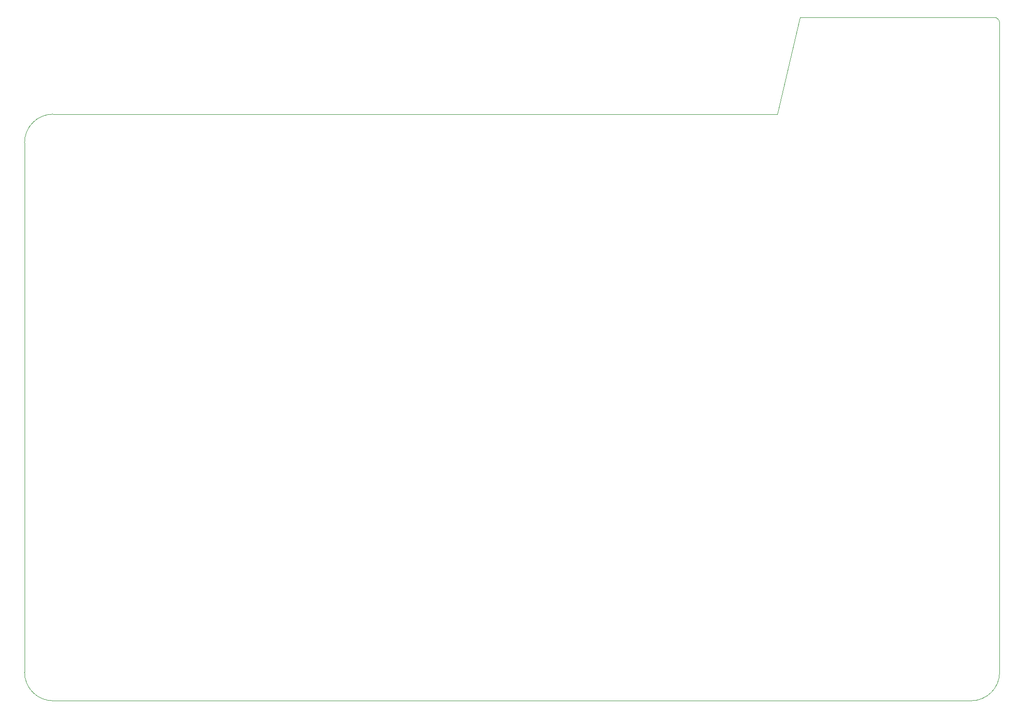
<source format=gm1>
G04 #@! TF.GenerationSoftware,KiCad,Pcbnew,8.0.7*
G04 #@! TF.CreationDate,2025-03-19T21:22:19+01:00*
G04 #@! TF.ProjectId,drum_machine,6472756d-5f6d-4616-9368-696e652e6b69,rev?*
G04 #@! TF.SameCoordinates,Original*
G04 #@! TF.FileFunction,Profile,NP*
%FSLAX46Y46*%
G04 Gerber Fmt 4.6, Leading zero omitted, Abs format (unit mm)*
G04 Created by KiCad (PCBNEW 8.0.7) date 2025-03-19 21:22:19*
%MOMM*%
%LPD*%
G01*
G04 APERTURE LIST*
G04 #@! TA.AperFunction,Profile*
%ADD10C,0.050000*%
G04 #@! TD*
G04 APERTURE END LIST*
D10*
X202000000Y-31000000D02*
X168000000Y-31000000D01*
X164000000Y-48000000D02*
X37000000Y-48000000D01*
X202000000Y-31000000D02*
G75*
G02*
X203000000Y-32000000I0J-1000000D01*
G01*
X203000000Y-146000000D02*
G75*
G02*
X198000000Y-151000000I-5000000J0D01*
G01*
X203000000Y-146000000D02*
X203000000Y-48000000D01*
X32000000Y-53000000D02*
X32000000Y-146000000D01*
X168000000Y-31000000D02*
X164000000Y-48000000D01*
X37000000Y-151000000D02*
X198000000Y-151000000D01*
X37000000Y-151000000D02*
G75*
G02*
X32000000Y-146000000I0J5000000D01*
G01*
X32000000Y-53000000D02*
G75*
G02*
X37000000Y-48000000I5000000J0D01*
G01*
X203000000Y-48000000D02*
X203000000Y-32000000D01*
M02*

</source>
